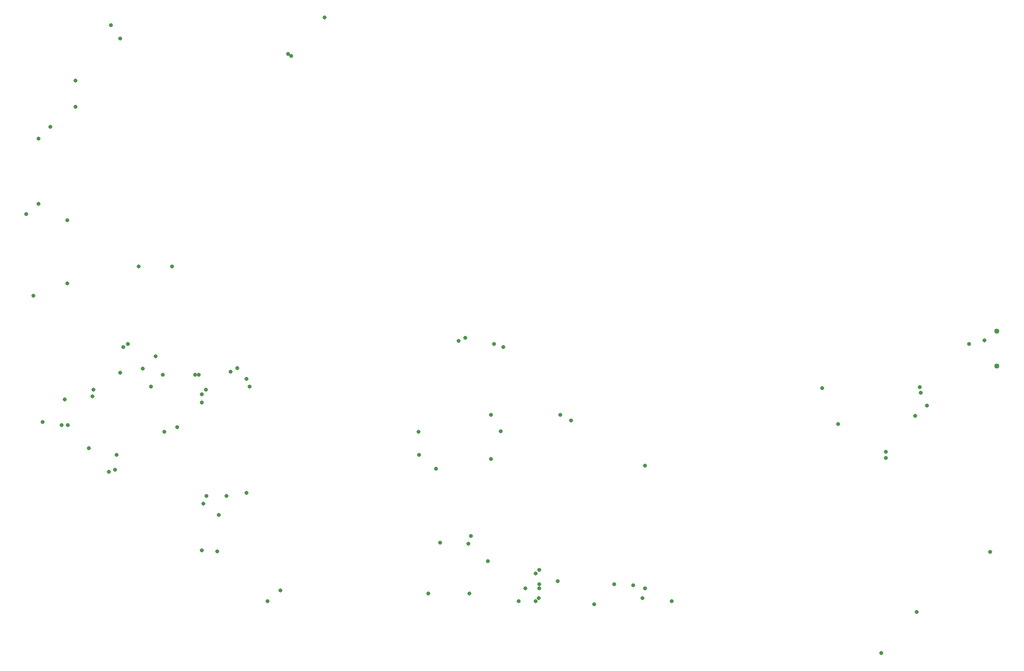
<source format=gbr>
G04 EAGLE Gerber RS-274X export*
G75*
%MOMM*%
%FSLAX34Y34*%
%LPD*%
%INSoldermask Bottom*%
%IPPOS*%
%AMOC8*
5,1,8,0,0,1.08239X$1,22.5*%
G01*
G04 Define Apertures*
%ADD10C,0.853200*%
%ADD11C,0.655600*%
D10*
X1652170Y684100D03*
X1652170Y741900D03*
D11*
X1525270Y648970D03*
X775970Y730250D03*
X341630Y623570D03*
X300990Y582930D03*
X1536700Y618490D03*
X764540Y725170D03*
X341630Y637540D03*
X279400Y575310D03*
X78740Y591820D03*
X115570Y628650D03*
X257810Y650240D03*
X347980Y645160D03*
X133350Y1154430D03*
X133350Y1111250D03*
X207010Y1224280D03*
X349250Y469900D03*
X1071880Y519430D03*
X949960Y594360D03*
X1526540Y640080D03*
X1606550Y720090D03*
X1517650Y601980D03*
X1631950Y726440D03*
X543560Y1258570D03*
X483870Y1198880D03*
X191770Y1245870D03*
X388620Y674370D03*
X336550Y669290D03*
X198120Y513080D03*
X200660Y537210D03*
X63500Y800100D03*
X420370Y650240D03*
X382270Y469900D03*
X72390Y1059180D03*
X72390Y951230D03*
X863600Y295910D03*
X449580Y295910D03*
X154940Y548640D03*
X367030Y378460D03*
X875030Y317500D03*
X471170Y313690D03*
X415290Y662940D03*
X415290Y474980D03*
X243840Y679450D03*
X52070Y934720D03*
X341630Y379730D03*
X344170Y457200D03*
X330200Y669290D03*
X119380Y820420D03*
X119380Y924560D03*
X91440Y1078230D03*
X276860Y669290D03*
X891540Y341630D03*
X897890Y347980D03*
X817880Y530860D03*
X932180Y603250D03*
X817880Y603250D03*
X734060Y392430D03*
X784860Y403860D03*
X781050Y391160D03*
X834390Y576580D03*
X812800Y361950D03*
X928370Y328930D03*
X782320Y308610D03*
X897890Y323850D03*
X1021080Y323850D03*
X187960Y509270D03*
X988060Y290830D03*
X897890Y317500D03*
X1071880Y317500D03*
X162560Y645160D03*
X369570Y438150D03*
X715010Y308610D03*
X110490Y586740D03*
X120650Y586740D03*
X207010Y673100D03*
X488950Y1195070D03*
X891540Y295910D03*
X1116330Y295910D03*
X699770Y537210D03*
X727710Y514350D03*
X237490Y848360D03*
X292100Y848360D03*
X265430Y699770D03*
X1461770Y210820D03*
X400050Y680720D03*
X698500Y575310D03*
X1052830Y322580D03*
X219710Y720090D03*
X822960Y720090D03*
X1363980Y647700D03*
X1469390Y542290D03*
X1469390Y532130D03*
X212090Y715010D03*
X838200Y715010D03*
X1390650Y588010D03*
X1520190Y278130D03*
X1640840Y377190D03*
X896620Y300990D03*
X1068070Y300990D03*
X161290Y633730D03*
M02*

</source>
